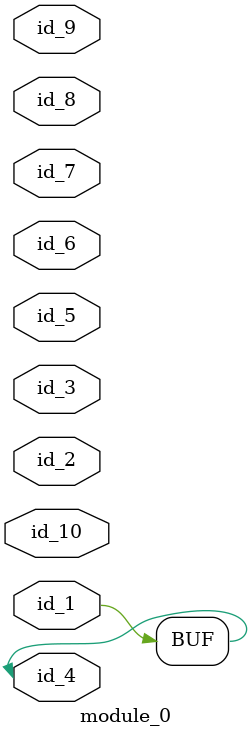
<source format=v>
module module_0 (
    id_1,
    id_2,
    id_3,
    id_4,
    id_5,
    id_6,
    id_7,
    id_8,
    id_9,
    id_10
);
  inout id_10;
  input id_9;
  input id_8;
  inout id_7;
  input id_6;
  input id_5;
  inout id_4;
  input id_3;
  input id_2;
  inout id_1;
  initial begin
    id_1 <= id_4;
  end
endmodule

</source>
